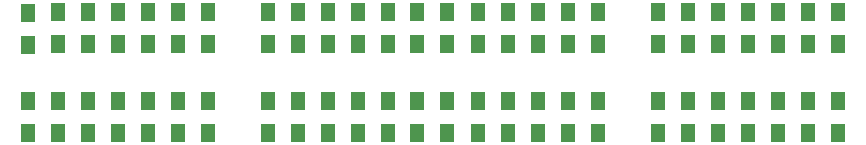
<source format=gbr>
%TF.GenerationSoftware,KiCad,Pcbnew,(5.1.9)-1*%
%TF.CreationDate,2021-01-16T23:23:18+11:00*%
%TF.ProjectId,megatosimm,6d656761-746f-4736-996d-6d2e6b696361,rev?*%
%TF.SameCoordinates,Original*%
%TF.FileFunction,Paste,Top*%
%TF.FilePolarity,Positive*%
%FSLAX46Y46*%
G04 Gerber Fmt 4.6, Leading zero omitted, Abs format (unit mm)*
G04 Created by KiCad (PCBNEW (5.1.9)-1) date 2021-01-16 23:23:18*
%MOMM*%
%LPD*%
G01*
G04 APERTURE LIST*
%ADD10R,1.300000X1.500000*%
G04 APERTURE END LIST*
D10*
%TO.C,R26*%
X187325000Y-92663000D03*
X187325000Y-89963000D03*
%TD*%
%TO.C,R24*%
X189865000Y-92663000D03*
X189865000Y-89963000D03*
%TD*%
%TO.C,R23*%
X184785000Y-92663000D03*
X184785000Y-89963000D03*
%TD*%
%TO.C,R21*%
X169545000Y-92663000D03*
X169545000Y-89963000D03*
%TD*%
%TO.C,R20*%
X177165000Y-92663000D03*
X177165000Y-89963000D03*
%TD*%
%TO.C,R19*%
X164465000Y-92663000D03*
X164465000Y-89963000D03*
%TD*%
%TO.C,R17*%
X159385000Y-92663000D03*
X159385000Y-89963000D03*
%TD*%
%TO.C,R16*%
X154178000Y-92663000D03*
X154178000Y-89963000D03*
%TD*%
%TO.C,R14*%
X146685000Y-92663000D03*
X146685000Y-89963000D03*
%TD*%
%TO.C,R12*%
X136525000Y-92663000D03*
X136525000Y-89963000D03*
%TD*%
%TO.C,R10*%
X128905000Y-92663000D03*
X128905000Y-89963000D03*
%TD*%
%TO.C,R8*%
X179705000Y-92663000D03*
X179705000Y-89963000D03*
%TD*%
%TO.C,R6*%
X167005000Y-92663000D03*
X167005000Y-89963000D03*
%TD*%
%TO.C,R4*%
X149225000Y-92663000D03*
X149225000Y-89963000D03*
%TD*%
%TO.C,R2*%
X131445000Y-92663000D03*
X131445000Y-89963000D03*
%TD*%
%TO.C,D26*%
X187325000Y-82470000D03*
X187325000Y-85170000D03*
%TD*%
%TO.C,D24*%
X189865000Y-82470000D03*
X189865000Y-85170000D03*
%TD*%
%TO.C,D23*%
X184785000Y-82470000D03*
X184785000Y-85170000D03*
%TD*%
%TO.C,D21*%
X169545000Y-82470000D03*
X169545000Y-85170000D03*
%TD*%
%TO.C,D20*%
X177165000Y-82470000D03*
X177165000Y-85170000D03*
%TD*%
%TO.C,D19*%
X164465000Y-82470000D03*
X164465000Y-85170000D03*
%TD*%
%TO.C,D17*%
X159385000Y-82470000D03*
X159385000Y-85170000D03*
%TD*%
%TO.C,D16*%
X154178000Y-82470000D03*
X154178000Y-85170000D03*
%TD*%
%TO.C,D14*%
X146685000Y-82470000D03*
X146685000Y-85170000D03*
%TD*%
%TO.C,D12*%
X136525000Y-82470000D03*
X136525000Y-85170000D03*
%TD*%
%TO.C,D10*%
X128905000Y-82470000D03*
X128905000Y-85170000D03*
%TD*%
%TO.C,D8*%
X179705000Y-82470000D03*
X179705000Y-85170000D03*
%TD*%
%TO.C,D6*%
X167005000Y-82470000D03*
X167005000Y-85170000D03*
%TD*%
%TO.C,D4*%
X149225000Y-82470000D03*
X149225000Y-85170000D03*
%TD*%
%TO.C,D2*%
X131445000Y-82470000D03*
X131445000Y-85170000D03*
%TD*%
%TO.C,R25*%
X182245000Y-92663000D03*
X182245000Y-89963000D03*
%TD*%
%TO.C,R22*%
X121285000Y-92663000D03*
X121285000Y-89963000D03*
%TD*%
%TO.C,R18*%
X161925000Y-92663000D03*
X161925000Y-89963000D03*
%TD*%
%TO.C,R15*%
X151765000Y-92663000D03*
X151765000Y-89963000D03*
%TD*%
%TO.C,R13*%
X144145000Y-92663000D03*
X144145000Y-89963000D03*
%TD*%
%TO.C,R11*%
X133985000Y-92663000D03*
X133985000Y-89963000D03*
%TD*%
%TO.C,R9*%
X126365000Y-92663000D03*
X126365000Y-89963000D03*
%TD*%
%TO.C,R7*%
X174625000Y-92663000D03*
X174625000Y-89963000D03*
%TD*%
%TO.C,R5*%
X156718000Y-92663000D03*
X156718000Y-89963000D03*
%TD*%
%TO.C,R3*%
X141605000Y-92663000D03*
X141605000Y-89963000D03*
%TD*%
%TO.C,R1*%
X123825000Y-92663000D03*
X123825000Y-89963000D03*
%TD*%
%TO.C,D25*%
X182245000Y-82470000D03*
X182245000Y-85170000D03*
%TD*%
%TO.C,D22*%
X121285000Y-82517000D03*
X121285000Y-85217000D03*
%TD*%
%TO.C,D18*%
X161925000Y-82470000D03*
X161925000Y-85170000D03*
%TD*%
%TO.C,D15*%
X151765000Y-82470000D03*
X151765000Y-85170000D03*
%TD*%
%TO.C,D13*%
X144145000Y-82470000D03*
X144145000Y-85170000D03*
%TD*%
%TO.C,D11*%
X133985000Y-82470000D03*
X133985000Y-85170000D03*
%TD*%
%TO.C,D9*%
X126365000Y-82470000D03*
X126365000Y-85170000D03*
%TD*%
%TO.C,D7*%
X174625000Y-82470000D03*
X174625000Y-85170000D03*
%TD*%
%TO.C,D5*%
X156718000Y-82470000D03*
X156718000Y-85170000D03*
%TD*%
%TO.C,D3*%
X141605000Y-82470000D03*
X141605000Y-85170000D03*
%TD*%
%TO.C,D1*%
X123825000Y-82470000D03*
X123825000Y-85170000D03*
%TD*%
M02*

</source>
